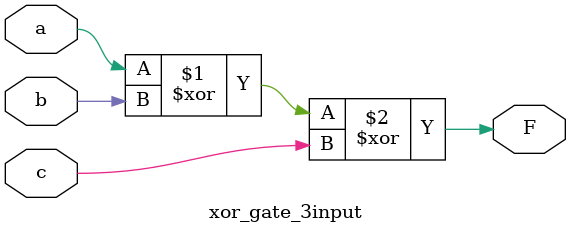
<source format=v>
module xor_gate_3input (
    input a, b, c,
    output F

);

assign F = a ^ b ^ c;
/* assign F = ~(a & b & c) & (a | b | c); */
endmodule
</source>
